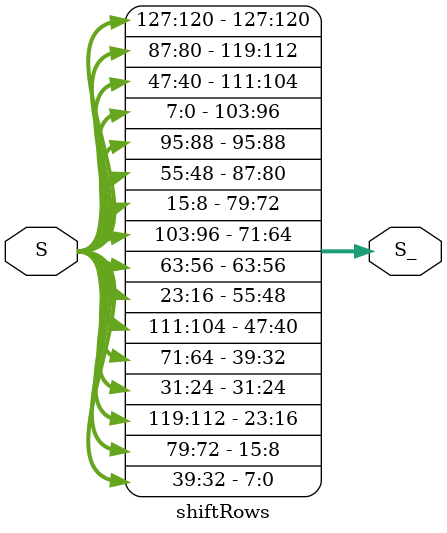
<source format=v>
module shiftRows (/*AUTOARG*/
   // Outputs
   S_,
   // Inputs
   S
   ) ;
   input  [127:0] S;

   output [127:0] S_;

   wire   [127:0] S_;

   assign S_ = {S[127:120],S[ 87: 80],S[ 47: 40],S[  7:  0],
                S[ 95: 88],S[ 55: 48],S[ 15:  8],S[103: 96],
                S[ 63: 56],S[ 23: 16],S[111:104],S[ 71: 64],
                S[ 31: 24],S[119:112],S[ 79: 72],S[ 39: 32]};
   
endmodule // shiftRows

</source>
